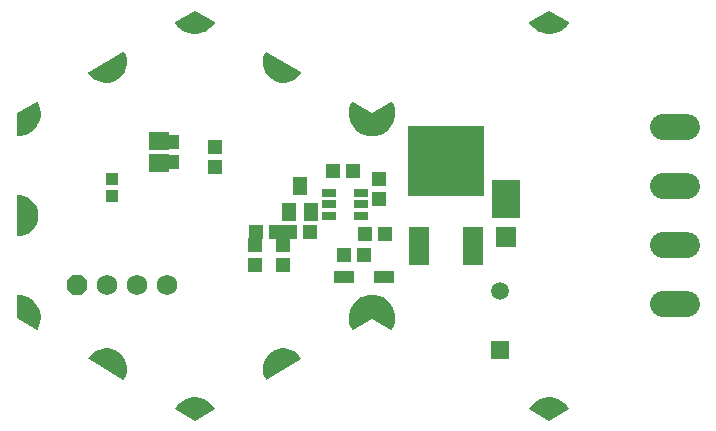
<source format=gbr>
G04 EAGLE Gerber RS-274X export*
G75*
%MOMM*%
%FSLAX34Y34*%
%LPD*%
%INSoldermask Top*%
%IPPOS*%
%AMOC8*
5,1,8,0,0,1.08239X$1,22.5*%
G01*
%ADD10R,1.203200X1.303200*%
%ADD11R,1.803200X3.203200*%
%ADD12R,6.403200X6.003200*%
%ADD13C,1.203200*%
%ADD14R,1.203200X1.603200*%
%ADD15R,1.206500X0.753200*%
%ADD16R,1.303200X1.203200*%
%ADD17P,1.869504X8X112.500000*%
%ADD18C,1.727200*%
%ADD19R,1.511200X1.511200*%
%ADD20C,1.511200*%
%ADD21R,1.003200X1.003200*%
%ADD22R,1.803200X1.003200*%
%ADD23R,2.403200X3.303200*%
%ADD24R,1.723200X1.703200*%
%ADD25C,2.184400*%
%ADD26R,1.703200X1.503200*%

G36*
X-786Y154416D02*
X-786Y154416D01*
X-773Y154415D01*
X2277Y154657D01*
X2310Y154667D01*
X2357Y154670D01*
X5328Y155399D01*
X5359Y155413D01*
X5405Y155424D01*
X5468Y155451D01*
X5469Y155451D01*
X6644Y155951D01*
X7820Y156450D01*
X8221Y156620D01*
X8249Y156639D01*
X8292Y156657D01*
X10880Y158290D01*
X10905Y158313D01*
X10945Y158338D01*
X13237Y160364D01*
X13258Y160391D01*
X13293Y160422D01*
X15231Y162790D01*
X15247Y162820D01*
X15277Y162856D01*
X16810Y165504D01*
X16821Y165536D01*
X16845Y165577D01*
X16898Y165716D01*
X16898Y165717D01*
X17658Y167713D01*
X17658Y167714D01*
X17848Y168213D01*
X17933Y168436D01*
X17939Y168470D01*
X17955Y168514D01*
X18571Y171511D01*
X18571Y171545D01*
X18581Y171591D01*
X18708Y174648D01*
X18702Y174681D01*
X18705Y174728D01*
X18339Y177766D01*
X18329Y177798D01*
X18323Y177845D01*
X17476Y180785D01*
X17460Y180815D01*
X17447Y180860D01*
X16139Y183626D01*
X16122Y183649D01*
X16112Y183676D01*
X16063Y183728D01*
X16020Y183785D01*
X15995Y183800D01*
X15975Y183820D01*
X15910Y183849D01*
X15848Y183885D01*
X15820Y183889D01*
X15793Y183900D01*
X15721Y183901D01*
X15651Y183910D01*
X15623Y183903D01*
X15594Y183903D01*
X15500Y183868D01*
X15459Y183857D01*
X15451Y183850D01*
X15438Y183845D01*
X-813Y174489D01*
X-17063Y183845D01*
X-17091Y183854D01*
X-17114Y183871D01*
X-17184Y183885D01*
X-17252Y183908D01*
X-17281Y183906D01*
X-17309Y183912D01*
X-17379Y183898D01*
X-17450Y183892D01*
X-17476Y183879D01*
X-17504Y183874D01*
X-17563Y183834D01*
X-17627Y183801D01*
X-17645Y183778D01*
X-17669Y183762D01*
X-17726Y183680D01*
X-17753Y183647D01*
X-17756Y183637D01*
X-17764Y183626D01*
X-19072Y180860D01*
X-19080Y180827D01*
X-19101Y180785D01*
X-19948Y177845D01*
X-19951Y177811D01*
X-19964Y177766D01*
X-20330Y174728D01*
X-20327Y174694D01*
X-20333Y174648D01*
X-20206Y171591D01*
X-20198Y171558D01*
X-20196Y171511D01*
X-19580Y168514D01*
X-19567Y168482D01*
X-19558Y168436D01*
X-18470Y165577D01*
X-18451Y165548D01*
X-18435Y165504D01*
X-16902Y162856D01*
X-16879Y162831D01*
X-16856Y162790D01*
X-14918Y160422D01*
X-14892Y160401D01*
X-14862Y160364D01*
X-12570Y158338D01*
X-12540Y158321D01*
X-12505Y158290D01*
X-9917Y156657D01*
X-9886Y156645D01*
X-9846Y156620D01*
X-7030Y155424D01*
X-6996Y155417D01*
X-6953Y155399D01*
X-3982Y154670D01*
X-3948Y154669D01*
X-3902Y154657D01*
X-852Y154415D01*
X-824Y154418D01*
X-796Y154414D01*
X-786Y154416D01*
G37*
G36*
X15754Y-9273D02*
X15754Y-9273D01*
X15825Y-9267D01*
X15851Y-9254D01*
X15879Y-9249D01*
X15938Y-9209D01*
X16002Y-9176D01*
X16020Y-9153D01*
X16044Y-9137D01*
X16101Y-9055D01*
X16128Y-9022D01*
X16131Y-9012D01*
X16139Y-9001D01*
X17447Y-6235D01*
X17455Y-6202D01*
X17476Y-6160D01*
X18323Y-3220D01*
X18326Y-3186D01*
X18339Y-3141D01*
X18705Y-103D01*
X18702Y-69D01*
X18708Y-23D01*
X18581Y3034D01*
X18573Y3067D01*
X18571Y3114D01*
X17955Y6111D01*
X17942Y6143D01*
X17933Y6189D01*
X16845Y9048D01*
X16826Y9077D01*
X16810Y9121D01*
X15277Y11769D01*
X15254Y11794D01*
X15231Y11835D01*
X13293Y14203D01*
X13267Y14224D01*
X13237Y14261D01*
X10945Y16287D01*
X10915Y16304D01*
X10880Y16335D01*
X8292Y17968D01*
X8261Y17980D01*
X8221Y18005D01*
X5405Y19201D01*
X5371Y19208D01*
X5328Y19226D01*
X2357Y19955D01*
X2323Y19956D01*
X2277Y19968D01*
X-773Y20210D01*
X-801Y20207D01*
X-829Y20211D01*
X-839Y20209D01*
X-852Y20210D01*
X-3902Y19968D01*
X-3935Y19958D01*
X-3982Y19955D01*
X-6953Y19226D01*
X-6984Y19212D01*
X-7030Y19201D01*
X-7194Y19131D01*
X-8370Y18632D01*
X-9546Y18132D01*
X-9846Y18005D01*
X-9874Y17986D01*
X-9917Y17968D01*
X-12505Y16335D01*
X-12530Y16312D01*
X-12570Y16287D01*
X-14862Y14261D01*
X-14883Y14234D01*
X-14918Y14203D01*
X-16856Y11835D01*
X-16872Y11805D01*
X-16902Y11769D01*
X-18435Y9121D01*
X-18446Y9089D01*
X-18470Y9048D01*
X-19558Y6189D01*
X-19564Y6155D01*
X-19580Y6111D01*
X-20196Y3114D01*
X-20196Y3080D01*
X-20206Y3034D01*
X-20333Y-23D01*
X-20327Y-56D01*
X-20330Y-103D01*
X-19964Y-3141D01*
X-19954Y-3173D01*
X-19948Y-3220D01*
X-19101Y-6160D01*
X-19085Y-6190D01*
X-19072Y-6235D01*
X-17764Y-9001D01*
X-17747Y-9024D01*
X-17737Y-9051D01*
X-17688Y-9103D01*
X-17645Y-9160D01*
X-17620Y-9175D01*
X-17600Y-9195D01*
X-17535Y-9224D01*
X-17473Y-9260D01*
X-17445Y-9264D01*
X-17418Y-9275D01*
X-17346Y-9276D01*
X-17276Y-9285D01*
X-17248Y-9278D01*
X-17219Y-9278D01*
X-17125Y-9243D01*
X-17084Y-9232D01*
X-17076Y-9225D01*
X-17063Y-9220D01*
X-813Y136D01*
X15438Y-9220D01*
X15466Y-9229D01*
X15489Y-9246D01*
X15559Y-9260D01*
X15627Y-9283D01*
X15656Y-9281D01*
X15684Y-9287D01*
X15754Y-9273D01*
G37*
G36*
X-300785Y69816D02*
X-300785Y69816D01*
X-300771Y69815D01*
X-297973Y70047D01*
X-297940Y70057D01*
X-297892Y70060D01*
X-295170Y70750D01*
X-295139Y70765D01*
X-295092Y70776D01*
X-292521Y71904D01*
X-292493Y71924D01*
X-292448Y71943D01*
X-290098Y73479D01*
X-290073Y73504D01*
X-290033Y73530D01*
X-287967Y75431D01*
X-287955Y75448D01*
X-287942Y75457D01*
X-287932Y75473D01*
X-287911Y75492D01*
X-286187Y77708D01*
X-286171Y77739D01*
X-286142Y77777D01*
X-284805Y80246D01*
X-284795Y80279D01*
X-284772Y80322D01*
X-283861Y82977D01*
X-283856Y83012D01*
X-283840Y83057D01*
X-283378Y85826D01*
X-283379Y85861D01*
X-283371Y85909D01*
X-283371Y88716D01*
X-283378Y88750D01*
X-283378Y88799D01*
X-283840Y91568D01*
X-283853Y91600D01*
X-283861Y91648D01*
X-284772Y94303D01*
X-284790Y94333D01*
X-284805Y94379D01*
X-286142Y96848D01*
X-286164Y96875D01*
X-286187Y96917D01*
X-287911Y99133D01*
X-287938Y99156D01*
X-287967Y99194D01*
X-290033Y101095D01*
X-290062Y101113D01*
X-290098Y101146D01*
X-292448Y102682D01*
X-292481Y102694D01*
X-292521Y102721D01*
X-295092Y103849D01*
X-295126Y103856D01*
X-295170Y103875D01*
X-297892Y104565D01*
X-297927Y104566D01*
X-297973Y104578D01*
X-300771Y104810D01*
X-300800Y104807D01*
X-300829Y104811D01*
X-300898Y104795D01*
X-300969Y104787D01*
X-300994Y104772D01*
X-301022Y104765D01*
X-301080Y104723D01*
X-301141Y104688D01*
X-301159Y104665D01*
X-301183Y104648D01*
X-301219Y104587D01*
X-301262Y104530D01*
X-301269Y104502D01*
X-301284Y104477D01*
X-301301Y104378D01*
X-301311Y104337D01*
X-301309Y104326D01*
X-301312Y104313D01*
X-301312Y70313D01*
X-301306Y70284D01*
X-301308Y70255D01*
X-301286Y70187D01*
X-301272Y70118D01*
X-301256Y70094D01*
X-301247Y70066D01*
X-301200Y70012D01*
X-301160Y69954D01*
X-301135Y69938D01*
X-301116Y69916D01*
X-301052Y69885D01*
X-300992Y69847D01*
X-300963Y69842D01*
X-300937Y69829D01*
X-300838Y69821D01*
X-300796Y69814D01*
X-300785Y69816D01*
G37*
G36*
X-211046Y-51573D02*
X-211046Y-51573D01*
X-210976Y-51568D01*
X-210950Y-51554D01*
X-210921Y-51549D01*
X-210862Y-51509D01*
X-210799Y-51476D01*
X-210780Y-51454D01*
X-210756Y-51437D01*
X-210699Y-51356D01*
X-210672Y-51323D01*
X-210669Y-51312D01*
X-210661Y-51301D01*
X-209463Y-48765D01*
X-209454Y-48732D01*
X-209434Y-48688D01*
X-208669Y-45990D01*
X-208666Y-45956D01*
X-208653Y-45909D01*
X-208343Y-43122D01*
X-208345Y-43093D01*
X-208343Y-43083D01*
X-208345Y-43078D01*
X-208340Y-43039D01*
X-208493Y-40239D01*
X-208502Y-40206D01*
X-208504Y-40157D01*
X-209116Y-37420D01*
X-209130Y-37389D01*
X-209140Y-37342D01*
X-210194Y-34743D01*
X-210213Y-34714D01*
X-210231Y-34669D01*
X-211698Y-32279D01*
X-211722Y-32253D01*
X-211747Y-32212D01*
X-213587Y-30096D01*
X-213615Y-30075D01*
X-213646Y-30039D01*
X-215810Y-28254D01*
X-215841Y-28238D01*
X-215878Y-28207D01*
X-218306Y-26804D01*
X-218338Y-26793D01*
X-218380Y-26768D01*
X-221006Y-25783D01*
X-221040Y-25778D01*
X-221085Y-25761D01*
X-223837Y-25221D01*
X-223872Y-25222D01*
X-223919Y-25212D01*
X-226723Y-25133D01*
X-226757Y-25139D01*
X-226805Y-25138D01*
X-229583Y-25521D01*
X-229616Y-25532D01*
X-229664Y-25539D01*
X-232341Y-26374D01*
X-232371Y-26391D01*
X-232417Y-26405D01*
X-234920Y-27670D01*
X-234948Y-27691D01*
X-234991Y-27713D01*
X-237251Y-29373D01*
X-237275Y-29398D01*
X-237314Y-29427D01*
X-239271Y-31436D01*
X-239289Y-31465D01*
X-239323Y-31499D01*
X-240923Y-33803D01*
X-240934Y-33830D01*
X-240953Y-33852D01*
X-240973Y-33920D01*
X-241001Y-33985D01*
X-241001Y-34015D01*
X-241010Y-34043D01*
X-241002Y-34113D01*
X-241002Y-34184D01*
X-240991Y-34211D01*
X-240988Y-34240D01*
X-240953Y-34302D01*
X-240926Y-34368D01*
X-240905Y-34388D01*
X-240891Y-34414D01*
X-240814Y-34477D01*
X-240784Y-34507D01*
X-240773Y-34511D01*
X-240762Y-34520D01*
X-211362Y-51520D01*
X-211335Y-51529D01*
X-211311Y-51546D01*
X-211241Y-51560D01*
X-211174Y-51583D01*
X-211145Y-51581D01*
X-211116Y-51587D01*
X-211046Y-51573D01*
G37*
G36*
X-223919Y199837D02*
X-223919Y199837D01*
X-223885Y199845D01*
X-223837Y199846D01*
X-221085Y200386D01*
X-221053Y200399D01*
X-221006Y200408D01*
X-218380Y201393D01*
X-218351Y201412D01*
X-218306Y201429D01*
X-215878Y202832D01*
X-215852Y202855D01*
X-215810Y202879D01*
X-213646Y204664D01*
X-213625Y204691D01*
X-213587Y204721D01*
X-211747Y206837D01*
X-211730Y206868D01*
X-211698Y206904D01*
X-210231Y209294D01*
X-210219Y209327D01*
X-210194Y209368D01*
X-209140Y211967D01*
X-209134Y212001D01*
X-209116Y212045D01*
X-208504Y214782D01*
X-208503Y214817D01*
X-208493Y214864D01*
X-208340Y217664D01*
X-208345Y217699D01*
X-208343Y217747D01*
X-208653Y220534D01*
X-208663Y220567D01*
X-208669Y220615D01*
X-209434Y223313D01*
X-209450Y223344D01*
X-209463Y223390D01*
X-210661Y225926D01*
X-210679Y225949D01*
X-210689Y225977D01*
X-210738Y226028D01*
X-210780Y226085D01*
X-210805Y226100D01*
X-210825Y226121D01*
X-210891Y226149D01*
X-210952Y226185D01*
X-210981Y226189D01*
X-211008Y226201D01*
X-211079Y226201D01*
X-211149Y226210D01*
X-211177Y226203D01*
X-211207Y226203D01*
X-211299Y226168D01*
X-211341Y226157D01*
X-211350Y226150D01*
X-211362Y226145D01*
X-240762Y209145D01*
X-240784Y209125D01*
X-240811Y209113D01*
X-240858Y209060D01*
X-240911Y209013D01*
X-240924Y208987D01*
X-240943Y208965D01*
X-240966Y208897D01*
X-240997Y208833D01*
X-240998Y208804D01*
X-241008Y208777D01*
X-241003Y208706D01*
X-241006Y208635D01*
X-240995Y208607D01*
X-240993Y208578D01*
X-240951Y208488D01*
X-240936Y208448D01*
X-240929Y208440D01*
X-240923Y208428D01*
X-239323Y206124D01*
X-239298Y206100D01*
X-239271Y206061D01*
X-237314Y204052D01*
X-237285Y204032D01*
X-237251Y203998D01*
X-234991Y202338D01*
X-234959Y202324D01*
X-234920Y202295D01*
X-232417Y201030D01*
X-232384Y201021D01*
X-232341Y200999D01*
X-229664Y200164D01*
X-229629Y200160D01*
X-229583Y200146D01*
X-226805Y199763D01*
X-226770Y199765D01*
X-226723Y199758D01*
X-223919Y199837D01*
G37*
G36*
X-90448Y-51578D02*
X-90448Y-51578D01*
X-90418Y-51578D01*
X-90326Y-51543D01*
X-90284Y-51532D01*
X-90276Y-51525D01*
X-90263Y-51520D01*
X-60863Y-34520D01*
X-60841Y-34500D01*
X-60814Y-34488D01*
X-60767Y-34435D01*
X-60714Y-34388D01*
X-60701Y-34362D01*
X-60682Y-34340D01*
X-60659Y-34272D01*
X-60628Y-34208D01*
X-60627Y-34179D01*
X-60617Y-34152D01*
X-60622Y-34081D01*
X-60619Y-34010D01*
X-60630Y-33982D01*
X-60632Y-33953D01*
X-60674Y-33863D01*
X-60689Y-33823D01*
X-60697Y-33815D01*
X-60702Y-33803D01*
X-62302Y-31499D01*
X-62327Y-31475D01*
X-62354Y-31436D01*
X-64311Y-29427D01*
X-64340Y-29407D01*
X-64374Y-29373D01*
X-66634Y-27713D01*
X-66666Y-27699D01*
X-66705Y-27670D01*
X-69208Y-26405D01*
X-69241Y-26396D01*
X-69284Y-26374D01*
X-71961Y-25539D01*
X-71996Y-25535D01*
X-72042Y-25521D01*
X-74820Y-25138D01*
X-74855Y-25140D01*
X-74902Y-25133D01*
X-77706Y-25212D01*
X-77740Y-25220D01*
X-77788Y-25221D01*
X-80540Y-25761D01*
X-80572Y-25774D01*
X-80619Y-25783D01*
X-83245Y-26768D01*
X-83274Y-26787D01*
X-83319Y-26804D01*
X-85747Y-28207D01*
X-85773Y-28230D01*
X-85815Y-28254D01*
X-87979Y-30039D01*
X-88000Y-30066D01*
X-88038Y-30096D01*
X-89878Y-32212D01*
X-89895Y-32243D01*
X-89927Y-32279D01*
X-91394Y-34669D01*
X-91406Y-34702D01*
X-91431Y-34743D01*
X-92485Y-37342D01*
X-92491Y-37376D01*
X-92509Y-37420D01*
X-93121Y-40157D01*
X-93122Y-40192D01*
X-93132Y-40239D01*
X-93285Y-43039D01*
X-93280Y-43074D01*
X-93283Y-43122D01*
X-92972Y-45909D01*
X-92962Y-45942D01*
X-92956Y-45990D01*
X-92191Y-48688D01*
X-92176Y-48719D01*
X-92162Y-48765D01*
X-90964Y-51301D01*
X-90946Y-51324D01*
X-90936Y-51352D01*
X-90887Y-51403D01*
X-90845Y-51460D01*
X-90820Y-51475D01*
X-90800Y-51496D01*
X-90734Y-51524D01*
X-90673Y-51560D01*
X-90644Y-51564D01*
X-90617Y-51576D01*
X-90546Y-51576D01*
X-90476Y-51585D01*
X-90448Y-51578D01*
G37*
G36*
X-74868Y199764D02*
X-74868Y199764D01*
X-74820Y199763D01*
X-72042Y200146D01*
X-72009Y200157D01*
X-71961Y200164D01*
X-69284Y200999D01*
X-69254Y201016D01*
X-69208Y201030D01*
X-66705Y202295D01*
X-66677Y202316D01*
X-66634Y202338D01*
X-64374Y203998D01*
X-64350Y204023D01*
X-64311Y204052D01*
X-62354Y206061D01*
X-62336Y206090D01*
X-62302Y206124D01*
X-60702Y208428D01*
X-60691Y208455D01*
X-60672Y208477D01*
X-60652Y208545D01*
X-60624Y208610D01*
X-60624Y208640D01*
X-60615Y208668D01*
X-60623Y208738D01*
X-60623Y208809D01*
X-60634Y208836D01*
X-60637Y208865D01*
X-60672Y208927D01*
X-60699Y208993D01*
X-60720Y209013D01*
X-60734Y209039D01*
X-60811Y209102D01*
X-60841Y209132D01*
X-60852Y209136D01*
X-60863Y209145D01*
X-90263Y226145D01*
X-90290Y226154D01*
X-90314Y226171D01*
X-90384Y226185D01*
X-90451Y226208D01*
X-90480Y226206D01*
X-90509Y226212D01*
X-90579Y226198D01*
X-90649Y226193D01*
X-90675Y226179D01*
X-90704Y226174D01*
X-90763Y226134D01*
X-90826Y226101D01*
X-90845Y226079D01*
X-90869Y226062D01*
X-90926Y225981D01*
X-90953Y225948D01*
X-90956Y225937D01*
X-90964Y225926D01*
X-92162Y223390D01*
X-92171Y223357D01*
X-92191Y223313D01*
X-92956Y220615D01*
X-92959Y220581D01*
X-92972Y220534D01*
X-93283Y217747D01*
X-93280Y217719D01*
X-93281Y217714D01*
X-93280Y217709D01*
X-93285Y217664D01*
X-93132Y214864D01*
X-93123Y214831D01*
X-93121Y214782D01*
X-92509Y212045D01*
X-92495Y212014D01*
X-92485Y211967D01*
X-91431Y209368D01*
X-91412Y209339D01*
X-91394Y209294D01*
X-89927Y206904D01*
X-89903Y206878D01*
X-89878Y206837D01*
X-88038Y204721D01*
X-88010Y204700D01*
X-87979Y204664D01*
X-85815Y202879D01*
X-85784Y202863D01*
X-85747Y202832D01*
X-83319Y201429D01*
X-83287Y201418D01*
X-83245Y201393D01*
X-80619Y200408D01*
X-80585Y200403D01*
X-80540Y200386D01*
X-77788Y199846D01*
X-77753Y199847D01*
X-77706Y199837D01*
X-74902Y199758D01*
X-74868Y199764D01*
G37*
G36*
X-300804Y154377D02*
X-300804Y154377D01*
X-300791Y154375D01*
X-297734Y154622D01*
X-297702Y154632D01*
X-297655Y154635D01*
X-294678Y155369D01*
X-294647Y155383D01*
X-294602Y155394D01*
X-291781Y156596D01*
X-291753Y156615D01*
X-291710Y156633D01*
X-289118Y158272D01*
X-289094Y158296D01*
X-289054Y158321D01*
X-286759Y160354D01*
X-286739Y160381D01*
X-286703Y160412D01*
X-284764Y162787D01*
X-284748Y162817D01*
X-284719Y162853D01*
X-283185Y165508D01*
X-283175Y165541D01*
X-283151Y165581D01*
X-282064Y168448D01*
X-282058Y168481D01*
X-282041Y168525D01*
X-281428Y171529D01*
X-281428Y171563D01*
X-281418Y171609D01*
X-281295Y174673D01*
X-281300Y174706D01*
X-281298Y174753D01*
X-281668Y177797D01*
X-281678Y177829D01*
X-281684Y177876D01*
X-282537Y180821D01*
X-282553Y180851D01*
X-282565Y180896D01*
X-283880Y183666D01*
X-283897Y183689D01*
X-283907Y183716D01*
X-283956Y183768D01*
X-283999Y183825D01*
X-284024Y183840D01*
X-284044Y183861D01*
X-284109Y183889D01*
X-284171Y183925D01*
X-284200Y183929D01*
X-284226Y183940D01*
X-284298Y183941D01*
X-284368Y183950D01*
X-284396Y183942D01*
X-284425Y183942D01*
X-284519Y183907D01*
X-284560Y183896D01*
X-284568Y183889D01*
X-284581Y183884D01*
X-301058Y174345D01*
X-301116Y174293D01*
X-301178Y174248D01*
X-301190Y174228D01*
X-301207Y174213D01*
X-301240Y174143D01*
X-301279Y174077D01*
X-301284Y174052D01*
X-301293Y174033D01*
X-301295Y173989D01*
X-301307Y173913D01*
X-301330Y154874D01*
X-301324Y154845D01*
X-301327Y154816D01*
X-301305Y154749D01*
X-301291Y154679D01*
X-301274Y154655D01*
X-301265Y154627D01*
X-301219Y154573D01*
X-301178Y154515D01*
X-301154Y154499D01*
X-301135Y154477D01*
X-301071Y154446D01*
X-301011Y154407D01*
X-300982Y154403D01*
X-300956Y154390D01*
X-300857Y154381D01*
X-300815Y154374D01*
X-300804Y154377D01*
G37*
G36*
X-284265Y-9313D02*
X-284265Y-9313D01*
X-284194Y-9307D01*
X-284169Y-9294D01*
X-284140Y-9288D01*
X-284081Y-9248D01*
X-284018Y-9216D01*
X-283999Y-9193D01*
X-283975Y-9177D01*
X-283918Y-9095D01*
X-283891Y-9063D01*
X-283888Y-9052D01*
X-283880Y-9041D01*
X-282565Y-6271D01*
X-282557Y-6238D01*
X-282537Y-6196D01*
X-281684Y-3251D01*
X-281681Y-3217D01*
X-281668Y-3172D01*
X-281298Y-128D01*
X-281301Y-94D01*
X-281295Y-48D01*
X-281418Y3016D01*
X-281426Y3049D01*
X-281428Y3096D01*
X-282041Y6100D01*
X-282055Y6131D01*
X-282064Y6177D01*
X-283151Y9044D01*
X-283169Y9073D01*
X-283185Y9117D01*
X-284719Y11772D01*
X-284741Y11798D01*
X-284764Y11838D01*
X-286703Y14213D01*
X-286730Y14235D01*
X-286759Y14271D01*
X-289054Y16305D01*
X-289083Y16321D01*
X-289118Y16353D01*
X-291710Y17992D01*
X-291742Y18004D01*
X-291781Y18029D01*
X-294602Y19231D01*
X-294635Y19238D01*
X-294678Y19256D01*
X-297655Y19990D01*
X-297689Y19991D01*
X-297734Y20003D01*
X-300791Y20250D01*
X-300819Y20246D01*
X-300848Y20251D01*
X-300917Y20234D01*
X-300988Y20226D01*
X-301013Y20211D01*
X-301041Y20205D01*
X-301099Y20162D01*
X-301161Y20127D01*
X-301178Y20104D01*
X-301201Y20087D01*
X-301238Y20025D01*
X-301281Y19968D01*
X-301288Y19940D01*
X-301303Y19915D01*
X-301319Y19817D01*
X-301330Y19776D01*
X-301328Y19765D01*
X-301330Y19751D01*
X-301307Y712D01*
X-301292Y637D01*
X-301284Y560D01*
X-301272Y540D01*
X-301268Y517D01*
X-301224Y454D01*
X-301186Y387D01*
X-301166Y370D01*
X-301155Y353D01*
X-301117Y329D01*
X-301058Y280D01*
X-284581Y-9259D01*
X-284554Y-9268D01*
X-284530Y-9285D01*
X-284460Y-9300D01*
X-284393Y-9322D01*
X-284364Y-9320D01*
X-284335Y-9326D01*
X-284265Y-9313D01*
G37*
G36*
X149204Y-86377D02*
X149204Y-86377D01*
X149281Y-86378D01*
X149305Y-86369D01*
X149325Y-86367D01*
X149365Y-86347D01*
X149437Y-86320D01*
X165937Y-76820D01*
X165958Y-76801D01*
X165985Y-76789D01*
X166019Y-76751D01*
X166022Y-76749D01*
X166024Y-76745D01*
X166032Y-76736D01*
X166086Y-76689D01*
X166098Y-76663D01*
X166118Y-76641D01*
X166141Y-76574D01*
X166172Y-76509D01*
X166173Y-76480D01*
X166182Y-76453D01*
X166178Y-76382D01*
X166181Y-76311D01*
X166171Y-76284D01*
X166169Y-76255D01*
X166126Y-76164D01*
X166112Y-76124D01*
X166104Y-76116D01*
X166098Y-76104D01*
X164357Y-73580D01*
X164332Y-73557D01*
X164306Y-73518D01*
X162182Y-71307D01*
X162154Y-71288D01*
X162122Y-71254D01*
X159670Y-69412D01*
X159640Y-69397D01*
X159602Y-69369D01*
X156887Y-67944D01*
X156855Y-67934D01*
X156814Y-67912D01*
X153905Y-66941D01*
X153879Y-66938D01*
X153870Y-66937D01*
X153827Y-66922D01*
X150801Y-66430D01*
X150767Y-66432D01*
X150721Y-66424D01*
X147654Y-66424D01*
X147621Y-66431D01*
X147574Y-66430D01*
X144548Y-66922D01*
X144516Y-66934D01*
X144470Y-66941D01*
X141561Y-67912D01*
X141532Y-67929D01*
X141488Y-67944D01*
X138773Y-69369D01*
X138746Y-69390D01*
X138705Y-69412D01*
X136253Y-71254D01*
X136231Y-71279D01*
X136193Y-71307D01*
X134069Y-73518D01*
X134051Y-73547D01*
X134018Y-73580D01*
X132277Y-76104D01*
X132265Y-76131D01*
X132247Y-76153D01*
X132227Y-76221D01*
X132199Y-76287D01*
X132198Y-76316D01*
X132190Y-76343D01*
X132198Y-76415D01*
X132198Y-76486D01*
X132209Y-76512D01*
X132212Y-76541D01*
X132248Y-76603D01*
X132275Y-76669D01*
X132296Y-76689D01*
X132310Y-76714D01*
X132373Y-76766D01*
X132377Y-76772D01*
X132387Y-76777D01*
X132387Y-76778D01*
X132418Y-76808D01*
X132428Y-76812D01*
X132438Y-76820D01*
X148938Y-86320D01*
X149011Y-86344D01*
X149082Y-86375D01*
X149105Y-86376D01*
X149127Y-86383D01*
X149204Y-86377D01*
G37*
G36*
X-150796Y-86377D02*
X-150796Y-86377D01*
X-150719Y-86378D01*
X-150695Y-86369D01*
X-150675Y-86367D01*
X-150635Y-86347D01*
X-150563Y-86320D01*
X-134063Y-76820D01*
X-134042Y-76801D01*
X-134015Y-76789D01*
X-133981Y-76751D01*
X-133978Y-76749D01*
X-133976Y-76745D01*
X-133968Y-76736D01*
X-133914Y-76689D01*
X-133902Y-76663D01*
X-133882Y-76641D01*
X-133859Y-76574D01*
X-133828Y-76509D01*
X-133827Y-76480D01*
X-133818Y-76453D01*
X-133822Y-76382D01*
X-133819Y-76311D01*
X-133829Y-76284D01*
X-133831Y-76255D01*
X-133874Y-76164D01*
X-133888Y-76124D01*
X-133896Y-76116D01*
X-133902Y-76104D01*
X-135643Y-73580D01*
X-135668Y-73557D01*
X-135694Y-73518D01*
X-137818Y-71307D01*
X-137846Y-71288D01*
X-137878Y-71254D01*
X-140330Y-69412D01*
X-140360Y-69397D01*
X-140398Y-69369D01*
X-143113Y-67944D01*
X-143145Y-67934D01*
X-143186Y-67912D01*
X-146095Y-66941D01*
X-146121Y-66938D01*
X-146131Y-66937D01*
X-146173Y-66922D01*
X-149199Y-66430D01*
X-149233Y-66432D01*
X-149279Y-66424D01*
X-152346Y-66424D01*
X-152379Y-66431D01*
X-152426Y-66430D01*
X-155452Y-66922D01*
X-155484Y-66934D01*
X-155530Y-66941D01*
X-158439Y-67912D01*
X-158468Y-67929D01*
X-158512Y-67944D01*
X-161227Y-69369D01*
X-161254Y-69390D01*
X-161295Y-69412D01*
X-163747Y-71254D01*
X-163769Y-71279D01*
X-163807Y-71307D01*
X-165931Y-73518D01*
X-165949Y-73547D01*
X-165982Y-73580D01*
X-167723Y-76104D01*
X-167735Y-76131D01*
X-167753Y-76153D01*
X-167774Y-76221D01*
X-167801Y-76287D01*
X-167802Y-76316D01*
X-167810Y-76343D01*
X-167802Y-76415D01*
X-167802Y-76486D01*
X-167791Y-76512D01*
X-167788Y-76541D01*
X-167753Y-76603D01*
X-167725Y-76669D01*
X-167704Y-76689D01*
X-167690Y-76714D01*
X-167627Y-76766D01*
X-167623Y-76772D01*
X-167613Y-76777D01*
X-167613Y-76778D01*
X-167582Y-76808D01*
X-167572Y-76812D01*
X-167562Y-76820D01*
X-151062Y-86320D01*
X-150989Y-86344D01*
X-150918Y-86375D01*
X-150895Y-86376D01*
X-150873Y-86383D01*
X-150796Y-86377D01*
G37*
G36*
X-149246Y241056D02*
X-149246Y241056D01*
X-149199Y241055D01*
X-146173Y241547D01*
X-146141Y241559D01*
X-146095Y241566D01*
X-143186Y242537D01*
X-143157Y242554D01*
X-143113Y242569D01*
X-140398Y243994D01*
X-140371Y244015D01*
X-140330Y244037D01*
X-137878Y245879D01*
X-137856Y245904D01*
X-137818Y245932D01*
X-135694Y248143D01*
X-135676Y248172D01*
X-135643Y248205D01*
X-133902Y250729D01*
X-133890Y250756D01*
X-133872Y250778D01*
X-133852Y250846D01*
X-133824Y250912D01*
X-133823Y250941D01*
X-133815Y250968D01*
X-133823Y251040D01*
X-133823Y251111D01*
X-133834Y251137D01*
X-133837Y251166D01*
X-133873Y251228D01*
X-133900Y251294D01*
X-133921Y251314D01*
X-133935Y251339D01*
X-134012Y251403D01*
X-134043Y251433D01*
X-134053Y251437D01*
X-134063Y251445D01*
X-150563Y260945D01*
X-150636Y260969D01*
X-150707Y261000D01*
X-150730Y261001D01*
X-150752Y261008D01*
X-150829Y261002D01*
X-150906Y261003D01*
X-150930Y260994D01*
X-150950Y260992D01*
X-150990Y260972D01*
X-151062Y260945D01*
X-167562Y251445D01*
X-167583Y251426D01*
X-167610Y251414D01*
X-167657Y251361D01*
X-167711Y251314D01*
X-167723Y251288D01*
X-167743Y251266D01*
X-167766Y251199D01*
X-167797Y251134D01*
X-167798Y251105D01*
X-167807Y251078D01*
X-167803Y251007D01*
X-167806Y250936D01*
X-167796Y250909D01*
X-167794Y250880D01*
X-167751Y250789D01*
X-167737Y250749D01*
X-167729Y250741D01*
X-167723Y250729D01*
X-165982Y248205D01*
X-165957Y248182D01*
X-165931Y248143D01*
X-163807Y245932D01*
X-163779Y245913D01*
X-163747Y245879D01*
X-161295Y244037D01*
X-161265Y244022D01*
X-161227Y243994D01*
X-158512Y242569D01*
X-158480Y242559D01*
X-158439Y242537D01*
X-155530Y241566D01*
X-155496Y241562D01*
X-155452Y241547D01*
X-152426Y241055D01*
X-152392Y241057D01*
X-152346Y241049D01*
X-149279Y241049D01*
X-149246Y241056D01*
G37*
G36*
X150754Y241056D02*
X150754Y241056D01*
X150801Y241055D01*
X153827Y241547D01*
X153859Y241559D01*
X153905Y241566D01*
X156814Y242537D01*
X156843Y242554D01*
X156887Y242569D01*
X159602Y243994D01*
X159629Y244015D01*
X159670Y244037D01*
X162122Y245879D01*
X162144Y245904D01*
X162182Y245932D01*
X164306Y248143D01*
X164324Y248172D01*
X164357Y248205D01*
X166098Y250729D01*
X166110Y250756D01*
X166128Y250778D01*
X166149Y250846D01*
X166176Y250912D01*
X166177Y250941D01*
X166185Y250968D01*
X166177Y251040D01*
X166177Y251111D01*
X166166Y251137D01*
X166163Y251166D01*
X166128Y251228D01*
X166100Y251294D01*
X166079Y251314D01*
X166065Y251339D01*
X165988Y251403D01*
X165957Y251433D01*
X165947Y251437D01*
X165937Y251445D01*
X149437Y260945D01*
X149364Y260969D01*
X149293Y261000D01*
X149270Y261001D01*
X149248Y261008D01*
X149171Y261002D01*
X149094Y261003D01*
X149070Y260994D01*
X149050Y260992D01*
X149010Y260972D01*
X148938Y260945D01*
X132438Y251445D01*
X132417Y251426D01*
X132390Y251414D01*
X132343Y251361D01*
X132289Y251314D01*
X132277Y251288D01*
X132257Y251266D01*
X132234Y251199D01*
X132203Y251134D01*
X132202Y251105D01*
X132193Y251078D01*
X132197Y251007D01*
X132194Y250936D01*
X132204Y250909D01*
X132206Y250880D01*
X132249Y250789D01*
X132263Y250749D01*
X132271Y250741D01*
X132277Y250729D01*
X134018Y248205D01*
X134043Y248182D01*
X134069Y248143D01*
X136193Y245932D01*
X136221Y245913D01*
X136253Y245879D01*
X138705Y244037D01*
X138735Y244022D01*
X138773Y243994D01*
X141488Y242569D01*
X141520Y242559D01*
X141561Y242537D01*
X144470Y241566D01*
X144504Y241562D01*
X144548Y241547D01*
X147574Y241055D01*
X147608Y241057D01*
X147654Y241049D01*
X150721Y241049D01*
X150754Y241056D01*
G37*
D10*
X-133350Y128025D03*
X-133350Y145025D03*
D11*
X39053Y61550D03*
X84773Y61550D03*
D12*
X61913Y133350D03*
D13*
X-150813Y252513D03*
X-93Y164833D03*
X-93Y9793D03*
X-150813Y-77888D03*
X-222313Y211213D03*
X-79313Y211213D03*
X-79313Y-36588D03*
X-222313Y-36588D03*
X149188Y252513D03*
X149188Y-77888D03*
X-293880Y169913D03*
X-293880Y4713D03*
X-293913Y87313D03*
D10*
X-33900Y125413D03*
X-16900Y125413D03*
X10088Y71438D03*
X-6913Y71438D03*
D14*
X-61913Y112600D03*
X-52413Y90600D03*
X-71413Y90600D03*
D15*
X-37339Y106338D03*
X-37339Y96838D03*
X-37339Y87338D03*
X-10287Y87338D03*
X-10287Y96838D03*
X-10287Y106338D03*
D10*
X-24375Y53975D03*
X-7375Y53975D03*
X-81988Y73025D03*
X-98988Y73025D03*
X-76200Y45475D03*
X-76200Y62475D03*
D16*
X-100013Y45475D03*
X-100013Y62475D03*
D10*
X-169863Y132788D03*
X-169863Y149788D03*
D17*
X-250825Y28575D03*
D18*
X-225425Y28575D03*
X-200025Y28575D03*
X-174625Y28575D03*
D19*
X107633Y-26734D03*
D20*
X107633Y23267D03*
D21*
X-220663Y103625D03*
X-220663Y118625D03*
D22*
X-24938Y34925D03*
X9063Y34925D03*
D23*
X112713Y101438D03*
D24*
X112713Y69238D03*
D10*
X4763Y118038D03*
X4763Y101038D03*
X-70413Y73025D03*
X-53413Y73025D03*
D25*
X245682Y12383D02*
X265494Y12383D01*
X265494Y62167D02*
X245682Y62167D01*
X245682Y112459D02*
X265494Y112459D01*
X265494Y162243D02*
X245682Y162243D01*
D26*
X-180975Y131788D03*
X-180975Y150788D03*
M02*

</source>
